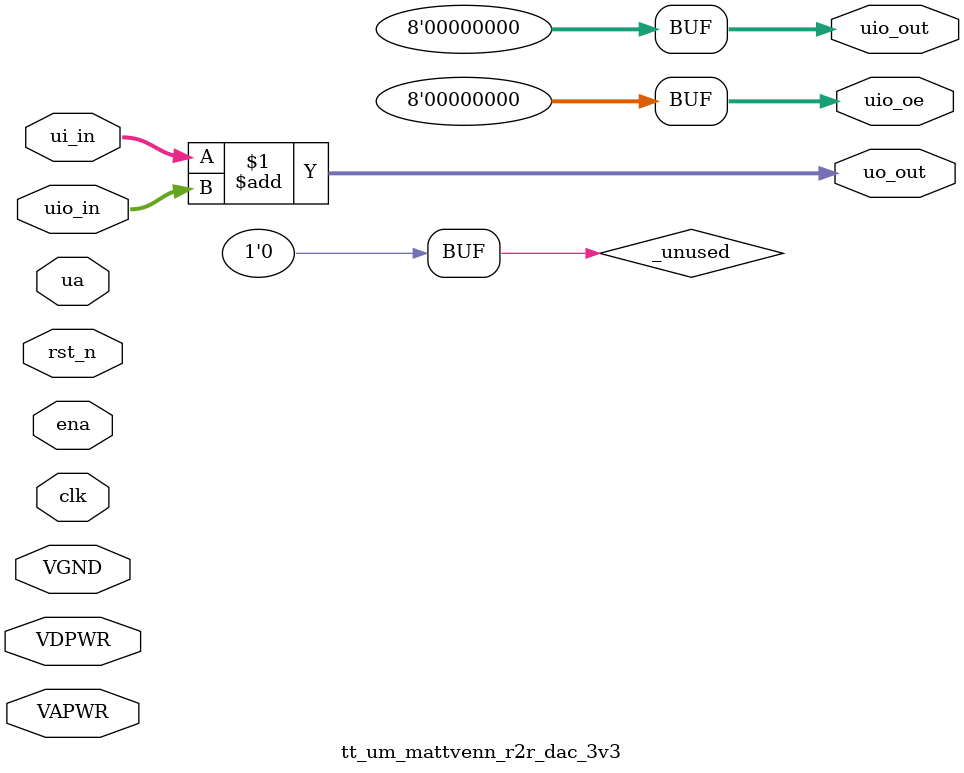
<source format=v>
/*
 * Copyright (c) 2024 Your Name
 * SPDX-License-Identifier: Apache-2.0
 */

`default_nettype none

module tt_um_mattvenn_r2r_dac_3v3 (
    input  wire       VGND,
    input  wire       VDPWR,    // 1.8v power supply
    input  wire       VAPWR,    // 3.3v power supply
    input  wire [7:0] ui_in,    // Dedicated inputs
    output wire [7:0] uo_out,   // Dedicated outputs
    input  wire [7:0] uio_in,   // IOs: Input path
    output wire [7:0] uio_out,  // IOs: Output path
    output wire [7:0] uio_oe,   // IOs: Enable path (active high: 0=input, 1=output)
    inout  wire [7:0] ua,       // Analog pins, only ua[5:0] can be used
    input  wire       ena,      // always 1 when the design is powered, so you can ignore it
    input  wire       clk,      // clock
    input  wire       rst_n     // reset_n - low to reset
);

  // All output pins must be assigned. If not used, assign to 0.
  assign uo_out  = ui_in + uio_in;  // Example: ou_out is the sum of ui_in and uio_in
  assign uio_out = 0;
  assign uio_oe  = 0;

  // List all unused inputs to prevent warnings
  wire _unused = &{ena, clk, rst_n, 1'b0};
endmodule

</source>
